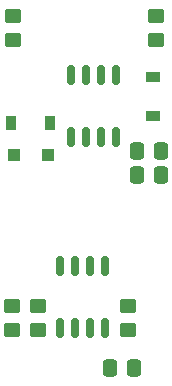
<source format=gbr>
%TF.GenerationSoftware,KiCad,Pcbnew,(6.0.8)*%
%TF.CreationDate,2023-05-03T15:07:47+02:00*%
%TF.ProjectId,Floppy Board v3.1,466c6f70-7079-4204-926f-617264207633,3.0*%
%TF.SameCoordinates,Original*%
%TF.FileFunction,Paste,Bot*%
%TF.FilePolarity,Positive*%
%FSLAX46Y46*%
G04 Gerber Fmt 4.6, Leading zero omitted, Abs format (unit mm)*
G04 Created by KiCad (PCBNEW (6.0.8)) date 2023-05-03 15:07:47*
%MOMM*%
%LPD*%
G01*
G04 APERTURE LIST*
G04 Aperture macros list*
%AMRoundRect*
0 Rectangle with rounded corners*
0 $1 Rounding radius*
0 $2 $3 $4 $5 $6 $7 $8 $9 X,Y pos of 4 corners*
0 Add a 4 corners polygon primitive as box body*
4,1,4,$2,$3,$4,$5,$6,$7,$8,$9,$2,$3,0*
0 Add four circle primitives for the rounded corners*
1,1,$1+$1,$2,$3*
1,1,$1+$1,$4,$5*
1,1,$1+$1,$6,$7*
1,1,$1+$1,$8,$9*
0 Add four rect primitives between the rounded corners*
20,1,$1+$1,$2,$3,$4,$5,0*
20,1,$1+$1,$4,$5,$6,$7,0*
20,1,$1+$1,$6,$7,$8,$9,0*
20,1,$1+$1,$8,$9,$2,$3,0*%
G04 Aperture macros list end*
%ADD10RoundRect,0.250000X-0.450000X0.350000X-0.450000X-0.350000X0.450000X-0.350000X0.450000X0.350000X0*%
%ADD11RoundRect,0.150000X0.150000X-0.675000X0.150000X0.675000X-0.150000X0.675000X-0.150000X-0.675000X0*%
%ADD12RoundRect,0.250000X-0.337500X-0.475000X0.337500X-0.475000X0.337500X0.475000X-0.337500X0.475000X0*%
%ADD13R,1.200000X0.900000*%
%ADD14R,0.900000X1.200000*%
%ADD15RoundRect,0.150000X-0.150000X0.675000X-0.150000X-0.675000X0.150000X-0.675000X0.150000X0.675000X0*%
%ADD16RoundRect,0.250000X0.450000X-0.350000X0.450000X0.350000X-0.450000X0.350000X-0.450000X-0.350000X0*%
%ADD17R,1.100000X1.100000*%
G04 APERTURE END LIST*
D10*
%TO.C,R1*%
X165735000Y-101235000D03*
X165735000Y-103235000D03*
%TD*%
D11*
%TO.C,U2*%
X163830000Y-103082000D03*
X162560000Y-103082000D03*
X161290000Y-103082000D03*
X160020000Y-103082000D03*
X160020000Y-97832000D03*
X161290000Y-97832000D03*
X162560000Y-97832000D03*
X163830000Y-97832000D03*
%TD*%
D10*
%TO.C,R2*%
X155956000Y-101235000D03*
X155956000Y-103235000D03*
%TD*%
D12*
%TO.C,C8*%
X166475500Y-90119200D03*
X168550500Y-90119200D03*
%TD*%
%TO.C,C3*%
X164214900Y-106476800D03*
X166289900Y-106476800D03*
%TD*%
D13*
%TO.C,D1*%
X167843200Y-85114400D03*
X167843200Y-81814400D03*
%TD*%
D14*
%TO.C,D5*%
X159180800Y-85750400D03*
X155880800Y-85750400D03*
%TD*%
D15*
%TO.C,U4*%
X160909000Y-81652200D03*
X162179000Y-81652200D03*
X163449000Y-81652200D03*
X164719000Y-81652200D03*
X164719000Y-86902200D03*
X163449000Y-86902200D03*
X162179000Y-86902200D03*
X160909000Y-86902200D03*
%TD*%
D16*
%TO.C,R7*%
X168097200Y-78673200D03*
X168097200Y-76673200D03*
%TD*%
D10*
%TO.C,R6*%
X156006800Y-76673200D03*
X156006800Y-78673200D03*
%TD*%
D16*
%TO.C,R3*%
X158115000Y-103235000D03*
X158115000Y-101235000D03*
%TD*%
D17*
%TO.C,D3*%
X156130800Y-88392000D03*
X158930800Y-88392000D03*
%TD*%
D12*
%TO.C,C9*%
X166475500Y-88087200D03*
X168550500Y-88087200D03*
%TD*%
M02*

</source>
